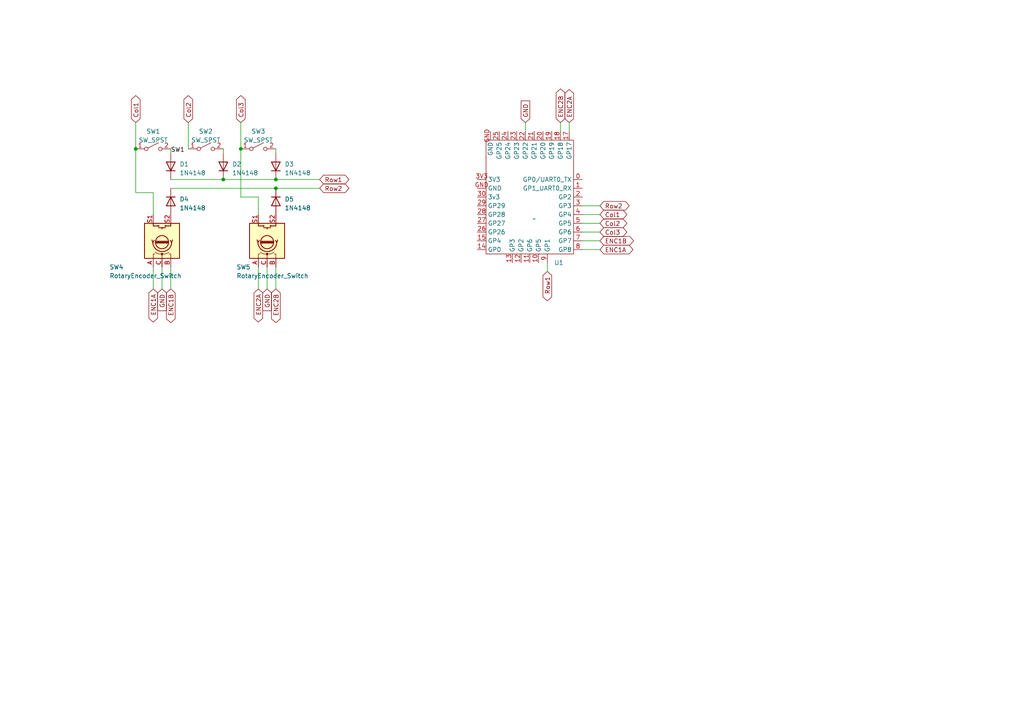
<source format=kicad_sch>
(kicad_sch (version 20230121) (generator eeschema)
  (paper "A4")
  (lib_symbols
    (symbol "Device:RotaryEncoder_Switch" (pin_names (offset 0.254) hide)
      (property "Reference" "SW" (at 0 6.604 0))
      (property "Value" "RotaryEncoder_Switch" (at 0 -6.604 0))
      (symbol "RotaryEncoder_Switch_0_1"
        (rectangle (start -5.08 5.08) (end 5.08 -5.08) (stroke (width 0.254)) (fill (type background)))
        (circle (center -3.81 0) (radius 0.254) (fill (type outline)))
        (circle (center -0.381 0) (radius 1.905) (stroke (width 0.254)))
        (arc (start -0.381 2.667) (mid -3.0988 -0.0635) (end -0.381 -2.794) (stroke (width 0.254)))
        (polyline (pts (xy -0.635 -1.778) (xy -0.635 1.778)) (stroke (width 0.254)))
        (polyline (pts (xy -0.381 -1.778) (xy -0.381 1.778)) (stroke (width 0.254)))
        (polyline (pts (xy -0.127 1.778) (xy -0.127 -1.778)) (stroke (width 0.254)))
        (polyline (pts (xy 3.81 0) (xy 3.429 0)) (stroke (width 0.254)))
        (polyline (pts (xy 3.81 1.016) (xy 3.81 -1.016)) (stroke (width 0.254)))
        (polyline (pts (xy -5.08 -2.54) (xy -3.81 -2.54) (xy -3.81 -2.032)))
        (polyline (pts (xy -5.08 2.54) (xy -3.81 2.54) (xy -3.81 2.032)))
        (polyline (pts (xy 0.254 -3.048) (xy -0.508 -2.794) (xy 0.127 -2.413)) (stroke (width 0.254)))
        (polyline (pts (xy 0.254 2.921) (xy -0.508 2.667) (xy 0.127 2.286)) (stroke (width 0.254)))
        (polyline (pts (xy 5.08 -2.54) (xy 4.318 -2.54) (xy 4.318 -1.016)) (stroke (width 0.254)))
        (polyline (pts (xy 5.08 2.54) (xy 4.318 2.54) (xy 4.318 1.016)) (stroke (width 0.254)))
        (polyline (pts (xy -5.08 0) (xy -3.81 0) (xy -3.81 -1.016) (xy -3.302 -2.032)))
        (polyline (pts (xy -4.318 0) (xy -3.81 0) (xy -3.81 1.016) (xy -3.302 2.032)))
        (circle (center 4.318 -1.016) (radius 0.127) (stroke (width 0.254)))
        (circle (center 4.318 1.016) (radius 0.127) (stroke (width 0.254)))
      )
      (symbol "RotaryEncoder_Switch_1_1"
        (pin passive line (at -7.62 2.54 0) (length 2.54) (name "A") (number "A"))
        (pin passive line (at -7.62 -2.54 0) (length 2.54) (name "B") (number "B"))
        (pin passive line (at -7.62 0 0) (length 2.54) (name "C") (number "C"))
        (pin passive line (at 7.62 2.54 180) (length 2.54) (name "S1") (number "S1"))
        (pin passive line (at 7.62 -2.54 180) (length 2.54) (name "S2") (number "S2"))
      )
    )
    (symbol "Diode:1N4148" (pin_numbers hide) (pin_names hide)
      (property "Reference" "D" (at 0 2.54 0))
      (property "Value" "1N4148" (at 0 -2.54 0))
      (symbol "1N4148_0_1"
        (polyline (pts (xy -1.27 1.27) (xy -1.27 -1.27)) (stroke (width 0.254)))
        (polyline (pts (xy 1.27 0) (xy -1.27 0)))
        (polyline (pts (xy 1.27 1.27) (xy 1.27 -1.27) (xy -1.27 0) (xy 1.27 1.27)) (stroke (width 0.254)))
      )
      (symbol "1N4148_1_1"
        (pin passive line (at -3.81 0 0) (length 2.54) (name "K") (number "1"))
        (pin passive line (at 3.81 0 180) (length 2.54) (name "A") (number "2"))
      )
    )
    (symbol "Switch:SW_SPST" (pin_names (offset 0) hide)
      (property "Reference" "SW" (at 0 3.175 0))
      (property "Value" "SW_SPST" (at 0 -2.54 0))
      (symbol "SW_SPST_0_0"
        (circle (center -2.032 0) (radius 0.508))
        (polyline (pts (xy -1.524 0.254) (xy 1.524 1.778)))
        (circle (center 2.032 0) (radius 0.508))
      )
      (symbol "SW_SPST_1_1"
        (pin passive line (at -5.08 0 0) (length 2.54) (name "A") (number "1"))
        (pin passive line (at 5.08 0 180) (length 2.54) (name "B") (number "2"))
      )
    )
    (symbol "keebs:rp2040-zero-tht"
      (property "Reference" "U" (at 0 0 0))
      (symbol "rp2040-zero-tht_0_1"
        (rectangle (start -12.7 17.78) (end 12.7 -15.24))
      )
      (symbol "rp2040-zero-tht_1_1"
        (pin bidirectional line (at 15.24 6.35 180) (length 2.54) (name "GP0/UART0_TX") (number "0"))
        (pin bidirectional line (at 15.24 3.81 180) (length 2.54) (name "GP1_UART0_RX") (number "1"))
        (pin bidirectional line (at 2.54 -17.78 90) (length 2.54) (name "GP5") (number "10"))
        (pin bidirectional line (at 0 -17.78 90) (length 2.54) (name "GP6") (number "11"))
        (pin bidirectional line (at -2.54 -17.78 90) (length 2.54) (name "GP2") (number "12"))
        (pin bidirectional line (at -5.08 -17.78 90) (length 2.54) (name "GP3") (number "13"))
        (pin bidirectional line (at -15.24 -13.97 0) (length 2.54) (name "GP0") (number "14"))
        (pin bidirectional line (at -15.24 -11.43 0) (length 2.54) (name "GP4") (number "15"))
        (pin bidirectional line (at 11.43 20.32 270) (length 2.54) (name "GP17") (number "17"))
        (pin bidirectional line (at 8.89 20.32 270) (length 2.54) (name "GP18") (number "18"))
        (pin bidirectional line (at 6.35 20.32 270) (length 2.54) (name "GP19") (number "19"))
        (pin bidirectional line (at 15.24 1.27 180) (length 2.54) (name "GP2") (number "2"))
        (pin bidirectional line (at 3.81 20.32 270) (length 2.54) (name "GP20") (number "20"))
        (pin bidirectional line (at 1.27 20.32 270) (length 2.54) (name "GP21") (number "21"))
        (pin bidirectional line (at -1.27 20.32 270) (length 2.54) (name "GP22") (number "22"))
        (pin bidirectional line (at -3.81 20.32 270) (length 2.54) (name "GP23") (number "23"))
        (pin bidirectional line (at -6.35 20.32 270) (length 2.54) (name "GP24") (number "24"))
        (pin bidirectional line (at -8.89 20.32 270) (length 2.54) (name "GP25") (number "25"))
        (pin bidirectional line (at -15.24 -8.89 0) (length 2.54) (name "GP26") (number "26"))
        (pin bidirectional line (at -15.24 -6.35 0) (length 2.54) (name "GP27") (number "27"))
        (pin bidirectional line (at -15.24 -3.81 0) (length 2.54) (name "GP28") (number "28"))
        (pin bidirectional line (at -15.24 -1.27 0) (length 2.54) (name "GP29") (number "29"))
        (pin bidirectional line (at 15.24 -1.27 180) (length 2.54) (name "GP3") (number "3"))
        (pin power_out line (at -15.24 1.27 0) (length 2.54) (name "3v3") (number "30"))
        (pin power_out line (at -15.24 6.35 0) (length 2.54) (name "3V3") (number "3V3"))
        (pin bidirectional line (at 15.24 -3.81 180) (length 2.54) (name "GP4") (number "4"))
        (pin bidirectional line (at 15.24 -6.35 180) (length 2.54) (name "GP5") (number "5"))
        (pin bidirectional line (at 15.24 -8.89 180) (length 2.54) (name "GP6") (number "6"))
        (pin bidirectional line (at 15.24 -11.43 180) (length 2.54) (name "GP7") (number "7"))
        (pin bidirectional line (at 15.24 -13.97 180) (length 2.54) (name "GP8") (number "8"))
        (pin bidirectional line (at 5.08 -17.78 90) (length 2.54) (name "GP1") (number "9"))
        (pin power_out line (at -15.24 3.81 0) (length 2.54) (name "GND") (number "GND"))
        (pin bidirectional line (at -11.43 20.32 270) (length 2.54) (name "GND") (number "GND"))
      )
    )
  )
  (junction (at 80.01 54.61))
  (junction (at 69.85 43.18))
  (junction (at 64.77 52.07))
  (junction (at 39.37 43.18))
  (junction (at 80.01 52.07))
  (wire (pts (xy 80.01 44.45) (xy 80.01 43.18)))
  (wire (pts (xy 158.75 76.2) (xy 158.75 78.74)))
  (wire (pts (xy 80.01 77.47) (xy 80.01 83.82)))
  (wire (pts (xy 49.53 44.45) (xy 49.53 43.18)))
  (wire (pts (xy 39.37 35.56) (xy 39.37 43.18)))
  (wire (pts (xy 77.47 77.47) (xy 77.47 83.82)))
  (wire (pts (xy 69.85 35.56) (xy 69.85 43.18)))
  (wire (pts (xy 80.01 52.07) (xy 92.71 52.07)))
  (wire (pts (xy 54.61 35.56) (xy 54.61 43.18)))
  (wire (pts (xy 168.91 59.69) (xy 173.99 59.69)))
  (wire (pts (xy 168.91 72.39) (xy 173.99 72.39)))
  (wire (pts (xy 39.37 43.18) (xy 39.37 55.88)))
  (wire (pts (xy 49.53 54.61) (xy 80.01 54.61)))
  (wire (pts (xy 46.99 77.47) (xy 46.99 83.82)))
  (wire (pts (xy 74.93 62.23) (xy 74.93 57.15)))
  (wire (pts (xy 64.77 44.45) (xy 64.77 43.18)))
  (wire (pts (xy 168.91 69.85) (xy 173.99 69.85)))
  (wire (pts (xy 49.53 77.47) (xy 49.53 83.82)))
  (wire (pts (xy 44.45 77.47) (xy 44.45 83.82)))
  (wire (pts (xy 152.4 35.56) (xy 152.4 38.1)))
  (wire (pts (xy 168.91 64.77) (xy 173.99 64.77)))
  (wire (pts (xy 64.77 52.07) (xy 80.01 52.07)))
  (wire (pts (xy 74.93 57.15) (xy 69.85 57.15)))
  (wire (pts (xy 49.53 52.07) (xy 64.77 52.07)))
  (wire (pts (xy 162.56 35.56) (xy 162.56 38.1)))
  (wire (pts (xy 44.45 55.88) (xy 44.45 62.23)))
  (wire (pts (xy 39.37 55.88) (xy 44.45 55.88)))
  (wire (pts (xy 74.93 77.47) (xy 74.93 83.82)))
  (wire (pts (xy 69.85 57.15) (xy 69.85 43.18)))
  (wire (pts (xy 168.91 62.23) (xy 173.99 62.23)))
  (wire (pts (xy 165.1 35.56) (xy 165.1 38.1)))
  (wire (pts (xy 168.91 67.31) (xy 173.99 67.31)))
  (wire (pts (xy 80.01 54.61) (xy 92.71 54.61)))
  (label "SW1" (at 49.53 44.45 0))
  (global_label "Row2" (shape bidirectional) (at 92.71 54.61 0) (property "Intersheetrefs" "${INTERSHEET_REFS}" (effects hide)))
  (global_label "GND" (shape input) (at 152.4 35.56 90) (property "Intersheetrefs" "${INTERSHEET_REFS}" (effects hide)))
  (global_label "ENC1A" (shape bidirectional) (at 173.99 72.39 0) (property "Intersheetrefs" "${INTERSHEET_REFS}" (effects hide)))
  (global_label "ENC1A" (shape bidirectional) (at 44.45 83.82 270) (property "Intersheetrefs" "${INTERSHEET_REFS}" (effects hide)))
  (global_label "ENC2A" (shape bidirectional) (at 74.93 83.82 270) (property "Intersheetrefs" "${INTERSHEET_REFS}" (effects hide)))
  (global_label "ENC2A" (shape bidirectional) (at 165.1 35.56 90) (property "Intersheetrefs" "${INTERSHEET_REFS}" (effects hide)))
  (global_label "ENC1B" (shape bidirectional) (at 173.99 69.85 0) (property "Intersheetrefs" "${INTERSHEET_REFS}" (effects hide)))
  (global_label "Col2" (shape bidirectional) (at 54.61 35.56 90) (property "Intersheetrefs" "${INTERSHEET_REFS}" (effects hide)))
  (global_label "GND" (shape input) (at 46.99 83.82 270) (property "Intersheetrefs" "${INTERSHEET_REFS}" (effects hide)))
  (global_label "ENC2B" (shape bidirectional) (at 162.56 35.56 90) (property "Intersheetrefs" "${INTERSHEET_REFS}" (effects hide)))
  (global_label "Row1" (shape bidirectional) (at 92.71 52.07 0) (property "Intersheetrefs" "${INTERSHEET_REFS}" (effects hide)))
  (global_label "ENC1B" (shape bidirectional) (at 49.53 83.82 270) (property "Intersheetrefs" "${INTERSHEET_REFS}" (effects hide)))
  (global_label "Col3" (shape bidirectional) (at 69.85 35.56 90) (property "Intersheetrefs" "${INTERSHEET_REFS}" (effects hide)))
  (global_label "GND" (shape input) (at 77.47 83.82 270) (property "Intersheetrefs" "${INTERSHEET_REFS}" (effects hide)))
  (global_label "Row1" (shape bidirectional) (at 158.75 78.74 270) (property "Intersheetrefs" "${INTERSHEET_REFS}" (effects hide)))
  (global_label "Row2" (shape bidirectional) (at 173.99 59.69 0) (property "Intersheetrefs" "${INTERSHEET_REFS}" (effects hide)))
  (global_label "Col2" (shape bidirectional) (at 173.99 64.77 0) (property "Intersheetrefs" "${INTERSHEET_REFS}" (effects hide)))
  (global_label "Col1" (shape bidirectional) (at 173.99 62.23 0) (property "Intersheetrefs" "${INTERSHEET_REFS}" (effects hide)))
  (global_label "ENC2B" (shape bidirectional) (at 80.01 83.82 270) (property "Intersheetrefs" "${INTERSHEET_REFS}" (effects hide)))
  (global_label "Col3" (shape bidirectional) (at 173.99 67.31 0) (property "Intersheetrefs" "${INTERSHEET_REFS}" (effects hide)))
  (global_label "Col1" (shape bidirectional) (at 39.37 35.56 90) (property "Intersheetrefs" "${INTERSHEET_REFS}" (effects hide)))
  (symbol (lib_id "Device:RotaryEncoder_Switch") (at 77.47 69.85 90) (unit 1)
    (property "Reference" "SW5" (at 68.58 77.47 90) (effects (justify right)))
    (property "Value" "RotaryEncoder_Switch" (at 68.58 80.01 90) (effects (justify right)))
    (property "Footprint" "Rotary_Encoder:RotaryEncoder_Alps_EC12E-Switch_Vertical_H20mm" (effects hide))
  )
  (symbol (lib_id "Switch:SW_SPST") (at 74.93 43.18 0) (unit 1)
    (property "Reference" "SW3" (at 74.93 38.1 0))
    (property "Value" "SW_SPST" (at 74.93 40.64 0))
    (property "Footprint" "PCM_Switch_Keyboard_Hotswap_Kailh:SW_Hotswap_Kailh_MX_1.00u" (effects hide))
  )
  (symbol (lib_id "Diode:1N4148") (at 80.01 58.42 270) (unit 1)
    (property "Reference" "D5" (at 82.55 57.785 90) (effects (justify left)))
    (property "Value" "1N4148" (at 82.55 60.325 90) (effects (justify left)))
    (property "Footprint" "Diode_THT:D_DO-35_SOD27_P7.62mm_Horizontal" (effects hide))
    (property "Datasheet" "https://assets.nexperia.com/documents/data-sheet/1N4148_1N4448.pdf" (effects hide))
    (property "Sim.Device" "D" (effects hide))
    (property "Sim.Pins" "1=K 2=A" (effects hide))
  )
  (symbol (lib_id "Diode:1N4148") (at 49.53 58.42 270) (unit 1)
    (property "Reference" "D4" (at 52.07 57.785 90) (effects (justify left)))
    (property "Value" "1N4148" (at 52.07 60.325 90) (effects (justify left)))
    (property "Footprint" "Diode_THT:D_DO-35_SOD27_P7.62mm_Horizontal" (effects hide))
    (property "Datasheet" "https://assets.nexperia.com/documents/data-sheet/1N4148_1N4448.pdf" (effects hide))
    (property "Sim.Device" "D" (effects hide))
    (property "Sim.Pins" "1=K 2=A" (effects hide))
  )
  (symbol (lib_id "Diode:1N4148") (at 49.53 48.26 90) (unit 1)
    (property "Reference" "D1" (at 52.07 47.625 90) (effects (justify right)))
    (property "Value" "1N4148" (at 52.07 50.165 90) (effects (justify right)))
    (property "Footprint" "Diode_THT:D_DO-35_SOD27_P7.62mm_Horizontal" (effects hide))
    (property "Datasheet" "https://assets.nexperia.com/documents/data-sheet/1N4148_1N4448.pdf" (effects hide))
    (property "Sim.Device" "D" (effects hide))
    (property "Sim.Pins" "1=K 2=A" (effects hide))
  )
  (symbol (lib_id "keebs:rp2040-zero-tht") (at 153.67 58.42 0) (unit 1)
    (property "Reference" "U1" (at 160.7059 76.2 0) (effects (justify left)))
    (property "Value" "~" (at 154.94 63.5 0))
    (property "Footprint" "mcu:rp2040-zero-smd-pads" (effects hide))
  )
  (symbol (lib_id "Device:RotaryEncoder_Switch") (at 46.99 69.85 90) (unit 1)
    (property "Reference" "SW4" (at 31.75 77.47 90) (effects (justify right)))
    (property "Value" "RotaryEncoder_Switch" (at 31.75 80.01 90) (effects (justify right)))
    (property "Footprint" "Rotary_Encoder:RotaryEncoder_Alps_EC12E-Switch_Vertical_H20mm" (effects hide))
  )
  (symbol (lib_id "Diode:1N4148") (at 64.77 48.26 90) (unit 1)
    (property "Reference" "D2" (at 67.31 47.625 90) (effects (justify right)))
    (property "Value" "1N4148" (at 67.31 50.165 90) (effects (justify right)))
    (property "Footprint" "Diode_THT:D_DO-35_SOD27_P7.62mm_Horizontal" (effects hide))
    (property "Datasheet" "https://assets.nexperia.com/documents/data-sheet/1N4148_1N4448.pdf" (effects hide))
    (property "Sim.Device" "D" (effects hide))
    (property "Sim.Pins" "1=K 2=A" (effects hide))
  )
  (symbol (lib_id "Switch:SW_SPST") (at 59.69 43.18 0) (unit 1)
    (property "Reference" "SW2" (at 59.69 38.1 0))
    (property "Value" "SW_SPST" (at 59.69 40.64 0))
    (property "Footprint" "PCM_Switch_Keyboard_Hotswap_Kailh:SW_Hotswap_Kailh_MX_1.00u" (effects hide))
  )
  (symbol (lib_id "Switch:SW_SPST") (at 44.45 43.18 0) (unit 1)
    (property "Reference" "SW1" (at 44.45 38.1 0))
    (property "Value" "SW_SPST" (at 44.45 40.64 0))
    (property "Footprint" "PCM_Switch_Keyboard_Hotswap_Kailh:SW_Hotswap_Kailh_MX_1.00u" (effects hide))
  )
  (symbol (lib_id "Diode:1N4148") (at 80.01 48.26 90) (unit 1)
    (property "Reference" "D3" (at 82.55 47.625 90) (effects (justify right)))
    (property "Value" "1N4148" (at 82.55 50.165 90) (effects (justify right)))
    (property "Footprint" "Diode_THT:D_DO-35_SOD27_P7.62mm_Horizontal" (effects hide))
    (property "Datasheet" "https://assets.nexperia.com/documents/data-sheet/1N4148_1N4448.pdf" (effects hide))
    (property "Sim.Device" "D" (effects hide))
    (property "Sim.Pins" "1=K 2=A" (effects hide))
  )
)
</source>
